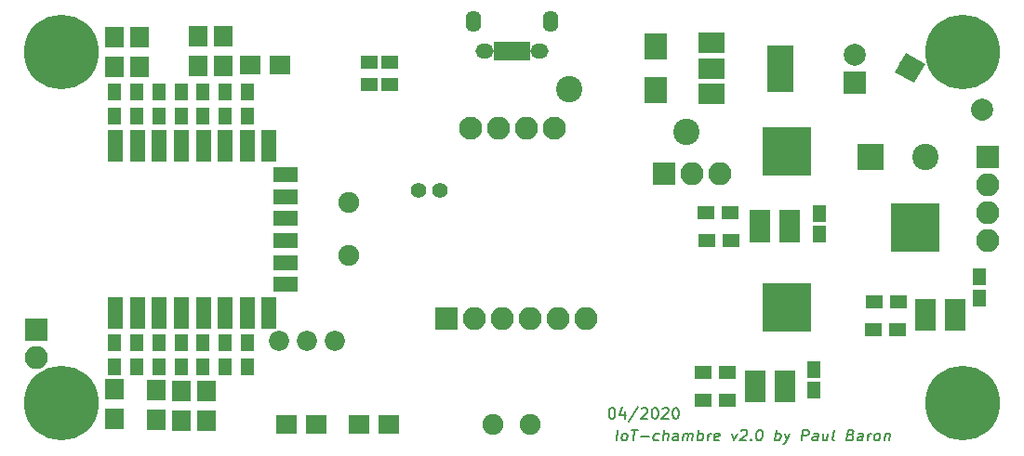
<source format=gts>
G04 #@! TF.GenerationSoftware,KiCad,Pcbnew,(5.1.0)-1*
G04 #@! TF.CreationDate,2020-04-13T11:23:52+02:00*
G04 #@! TF.ProjectId,objet_chambre,6f626a65-745f-4636-9861-6d6272652e6b,rev?*
G04 #@! TF.SameCoordinates,PX9fa1b90PY2b1e160*
G04 #@! TF.FileFunction,Soldermask,Top*
G04 #@! TF.FilePolarity,Negative*
%FSLAX46Y46*%
G04 Gerber Fmt 4.6, Leading zero omitted, Abs format (unit mm)*
G04 Created by KiCad (PCBNEW (5.1.0)-1) date 2020-04-13 11:23:52*
%MOMM*%
%LPD*%
G04 APERTURE LIST*
%ADD10C,0.150000*%
%ADD11R,1.400000X2.900000*%
%ADD12R,2.200000X1.400000*%
%ADD13C,2.100000*%
%ADD14O,2.100000X2.100000*%
%ADD15R,2.100000X2.100000*%
%ADD16R,1.600000X1.150000*%
%ADD17C,6.800000*%
%ADD18R,1.300000X1.600000*%
%ADD19R,1.600000X1.300000*%
%ADD20C,2.400000*%
%ADD21R,2.400000X2.400000*%
%ADD22R,2.000000X2.400000*%
%ADD23C,2.000000*%
%ADD24R,2.000000X2.000000*%
%ADD25R,1.150000X1.600000*%
%ADD26C,2.000000*%
%ADD27C,0.100000*%
%ADD28O,1.400000X1.950000*%
%ADD29O,1.650000X1.350000*%
%ADD30R,0.800000X1.750000*%
%ADD31R,4.464000X4.464000*%
%ADD32R,1.700000X1.900000*%
%ADD33R,1.900000X1.700000*%
%ADD34C,1.900000*%
%ADD35C,1.840000*%
%ADD36R,2.400000X1.900000*%
%ADD37R,2.400000X4.200000*%
%ADD38R,1.960000X1.050000*%
%ADD39C,1.400000*%
G04 APERTURE END LIST*
D10*
X41661619Y-16240380D02*
X41756857Y-16240380D01*
X41852095Y-16288000D01*
X41899714Y-16335619D01*
X41947333Y-16430857D01*
X41994952Y-16621333D01*
X41994952Y-16859428D01*
X41947333Y-17049904D01*
X41899714Y-17145142D01*
X41852095Y-17192761D01*
X41756857Y-17240380D01*
X41661619Y-17240380D01*
X41566380Y-17192761D01*
X41518761Y-17145142D01*
X41471142Y-17049904D01*
X41423523Y-16859428D01*
X41423523Y-16621333D01*
X41471142Y-16430857D01*
X41518761Y-16335619D01*
X41566380Y-16288000D01*
X41661619Y-16240380D01*
X42852095Y-16573714D02*
X42852095Y-17240380D01*
X42614000Y-16192761D02*
X42375904Y-16907047D01*
X42994952Y-16907047D01*
X44090190Y-16192761D02*
X43233047Y-17478476D01*
X44375904Y-16335619D02*
X44423523Y-16288000D01*
X44518761Y-16240380D01*
X44756857Y-16240380D01*
X44852095Y-16288000D01*
X44899714Y-16335619D01*
X44947333Y-16430857D01*
X44947333Y-16526095D01*
X44899714Y-16668952D01*
X44328285Y-17240380D01*
X44947333Y-17240380D01*
X45566380Y-16240380D02*
X45661619Y-16240380D01*
X45756857Y-16288000D01*
X45804476Y-16335619D01*
X45852095Y-16430857D01*
X45899714Y-16621333D01*
X45899714Y-16859428D01*
X45852095Y-17049904D01*
X45804476Y-17145142D01*
X45756857Y-17192761D01*
X45661619Y-17240380D01*
X45566380Y-17240380D01*
X45471142Y-17192761D01*
X45423523Y-17145142D01*
X45375904Y-17049904D01*
X45328285Y-16859428D01*
X45328285Y-16621333D01*
X45375904Y-16430857D01*
X45423523Y-16335619D01*
X45471142Y-16288000D01*
X45566380Y-16240380D01*
X46280666Y-16335619D02*
X46328285Y-16288000D01*
X46423523Y-16240380D01*
X46661619Y-16240380D01*
X46756857Y-16288000D01*
X46804476Y-16335619D01*
X46852095Y-16430857D01*
X46852095Y-16526095D01*
X46804476Y-16668952D01*
X46233047Y-17240380D01*
X46852095Y-17240380D01*
X47471142Y-16240380D02*
X47566380Y-16240380D01*
X47661619Y-16288000D01*
X47709238Y-16335619D01*
X47756857Y-16430857D01*
X47804476Y-16621333D01*
X47804476Y-16859428D01*
X47756857Y-17049904D01*
X47709238Y-17145142D01*
X47661619Y-17192761D01*
X47566380Y-17240380D01*
X47471142Y-17240380D01*
X47375904Y-17192761D01*
X47328285Y-17145142D01*
X47280666Y-17049904D01*
X47233047Y-16859428D01*
X47233047Y-16621333D01*
X47280666Y-16430857D01*
X47328285Y-16335619D01*
X47375904Y-16288000D01*
X47471142Y-16240380D01*
X42109252Y-19240380D02*
X42234252Y-18240380D01*
X42728300Y-19240380D02*
X42639014Y-19192761D01*
X42597348Y-19145142D01*
X42561633Y-19049904D01*
X42597348Y-18764190D01*
X42656872Y-18668952D01*
X42710443Y-18621333D01*
X42811633Y-18573714D01*
X42954491Y-18573714D01*
X43043776Y-18621333D01*
X43085443Y-18668952D01*
X43121157Y-18764190D01*
X43085443Y-19049904D01*
X43025919Y-19145142D01*
X42972348Y-19192761D01*
X42871157Y-19240380D01*
X42728300Y-19240380D01*
X43472348Y-18240380D02*
X44043776Y-18240380D01*
X43633062Y-19240380D02*
X43758062Y-18240380D01*
X44299729Y-18859428D02*
X45061633Y-18859428D01*
X45924729Y-19192761D02*
X45823538Y-19240380D01*
X45633062Y-19240380D01*
X45543776Y-19192761D01*
X45502110Y-19145142D01*
X45466395Y-19049904D01*
X45502110Y-18764190D01*
X45561633Y-18668952D01*
X45615205Y-18621333D01*
X45716395Y-18573714D01*
X45906872Y-18573714D01*
X45996157Y-18621333D01*
X46347348Y-19240380D02*
X46472348Y-18240380D01*
X46775919Y-19240380D02*
X46841395Y-18716571D01*
X46805681Y-18621333D01*
X46716395Y-18573714D01*
X46573538Y-18573714D01*
X46472348Y-18621333D01*
X46418776Y-18668952D01*
X47680681Y-19240380D02*
X47746157Y-18716571D01*
X47710443Y-18621333D01*
X47621157Y-18573714D01*
X47430681Y-18573714D01*
X47329491Y-18621333D01*
X47686633Y-19192761D02*
X47585443Y-19240380D01*
X47347348Y-19240380D01*
X47258062Y-19192761D01*
X47222348Y-19097523D01*
X47234252Y-19002285D01*
X47293776Y-18907047D01*
X47394967Y-18859428D01*
X47633062Y-18859428D01*
X47734252Y-18811809D01*
X48156872Y-19240380D02*
X48240205Y-18573714D01*
X48228300Y-18668952D02*
X48281872Y-18621333D01*
X48383062Y-18573714D01*
X48525919Y-18573714D01*
X48615205Y-18621333D01*
X48650919Y-18716571D01*
X48585443Y-19240380D01*
X48650919Y-18716571D02*
X48710443Y-18621333D01*
X48811633Y-18573714D01*
X48954491Y-18573714D01*
X49043776Y-18621333D01*
X49079491Y-18716571D01*
X49014014Y-19240380D01*
X49490205Y-19240380D02*
X49615205Y-18240380D01*
X49567586Y-18621333D02*
X49668776Y-18573714D01*
X49859252Y-18573714D01*
X49948538Y-18621333D01*
X49990205Y-18668952D01*
X50025919Y-18764190D01*
X49990205Y-19049904D01*
X49930681Y-19145142D01*
X49877110Y-19192761D01*
X49775919Y-19240380D01*
X49585443Y-19240380D01*
X49496157Y-19192761D01*
X50394967Y-19240380D02*
X50478300Y-18573714D01*
X50454491Y-18764190D02*
X50514014Y-18668952D01*
X50567586Y-18621333D01*
X50668776Y-18573714D01*
X50764014Y-18573714D01*
X51400919Y-19192761D02*
X51299729Y-19240380D01*
X51109252Y-19240380D01*
X51019967Y-19192761D01*
X50984252Y-19097523D01*
X51031872Y-18716571D01*
X51091395Y-18621333D01*
X51192586Y-18573714D01*
X51383062Y-18573714D01*
X51472348Y-18621333D01*
X51508062Y-18716571D01*
X51496157Y-18811809D01*
X51008062Y-18907047D01*
X52621157Y-18573714D02*
X52775919Y-19240380D01*
X53097348Y-18573714D01*
X53460443Y-18335619D02*
X53514014Y-18288000D01*
X53615205Y-18240380D01*
X53853300Y-18240380D01*
X53942586Y-18288000D01*
X53984252Y-18335619D01*
X54019967Y-18430857D01*
X54008062Y-18526095D01*
X53942586Y-18668952D01*
X53299729Y-19240380D01*
X53918776Y-19240380D01*
X54359252Y-19145142D02*
X54400919Y-19192761D01*
X54347348Y-19240380D01*
X54305681Y-19192761D01*
X54359252Y-19145142D01*
X54347348Y-19240380D01*
X55139014Y-18240380D02*
X55234252Y-18240380D01*
X55323538Y-18288000D01*
X55365205Y-18335619D01*
X55400919Y-18430857D01*
X55424729Y-18621333D01*
X55394967Y-18859428D01*
X55323538Y-19049904D01*
X55264014Y-19145142D01*
X55210443Y-19192761D01*
X55109252Y-19240380D01*
X55014014Y-19240380D01*
X54924729Y-19192761D01*
X54883062Y-19145142D01*
X54847348Y-19049904D01*
X54823538Y-18859428D01*
X54853300Y-18621333D01*
X54924729Y-18430857D01*
X54984252Y-18335619D01*
X55037824Y-18288000D01*
X55139014Y-18240380D01*
X56537824Y-19240380D02*
X56662824Y-18240380D01*
X56615205Y-18621333D02*
X56716395Y-18573714D01*
X56906872Y-18573714D01*
X56996157Y-18621333D01*
X57037824Y-18668952D01*
X57073538Y-18764190D01*
X57037824Y-19049904D01*
X56978300Y-19145142D01*
X56924729Y-19192761D01*
X56823538Y-19240380D01*
X56633062Y-19240380D01*
X56543776Y-19192761D01*
X57430681Y-18573714D02*
X57585443Y-19240380D01*
X57906872Y-18573714D02*
X57585443Y-19240380D01*
X57460443Y-19478476D01*
X57406872Y-19526095D01*
X57305681Y-19573714D01*
X58966395Y-19240380D02*
X59091395Y-18240380D01*
X59472348Y-18240380D01*
X59561633Y-18288000D01*
X59603300Y-18335619D01*
X59639014Y-18430857D01*
X59621157Y-18573714D01*
X59561633Y-18668952D01*
X59508062Y-18716571D01*
X59406872Y-18764190D01*
X59025919Y-18764190D01*
X60394967Y-19240380D02*
X60460443Y-18716571D01*
X60424729Y-18621333D01*
X60335443Y-18573714D01*
X60144967Y-18573714D01*
X60043776Y-18621333D01*
X60400919Y-19192761D02*
X60299729Y-19240380D01*
X60061633Y-19240380D01*
X59972348Y-19192761D01*
X59936633Y-19097523D01*
X59948538Y-19002285D01*
X60008062Y-18907047D01*
X60109252Y-18859428D01*
X60347348Y-18859428D01*
X60448538Y-18811809D01*
X61383062Y-18573714D02*
X61299729Y-19240380D01*
X60954491Y-18573714D02*
X60889014Y-19097523D01*
X60924729Y-19192761D01*
X61014014Y-19240380D01*
X61156872Y-19240380D01*
X61258062Y-19192761D01*
X61311633Y-19145142D01*
X61918776Y-19240380D02*
X61829491Y-19192761D01*
X61793776Y-19097523D01*
X61900919Y-18240380D01*
X63460443Y-18716571D02*
X63597348Y-18764190D01*
X63639014Y-18811809D01*
X63674729Y-18907047D01*
X63656872Y-19049904D01*
X63597348Y-19145142D01*
X63543776Y-19192761D01*
X63442586Y-19240380D01*
X63061633Y-19240380D01*
X63186633Y-18240380D01*
X63519967Y-18240380D01*
X63609252Y-18288000D01*
X63650919Y-18335619D01*
X63686633Y-18430857D01*
X63674729Y-18526095D01*
X63615205Y-18621333D01*
X63561633Y-18668952D01*
X63460443Y-18716571D01*
X63127110Y-18716571D01*
X64490205Y-19240380D02*
X64555681Y-18716571D01*
X64519967Y-18621333D01*
X64430681Y-18573714D01*
X64240205Y-18573714D01*
X64139014Y-18621333D01*
X64496157Y-19192761D02*
X64394967Y-19240380D01*
X64156872Y-19240380D01*
X64067586Y-19192761D01*
X64031872Y-19097523D01*
X64043776Y-19002285D01*
X64103300Y-18907047D01*
X64204491Y-18859428D01*
X64442586Y-18859428D01*
X64543776Y-18811809D01*
X64966395Y-19240380D02*
X65049729Y-18573714D01*
X65025919Y-18764190D02*
X65085443Y-18668952D01*
X65139014Y-18621333D01*
X65240205Y-18573714D01*
X65335443Y-18573714D01*
X65728300Y-19240380D02*
X65639014Y-19192761D01*
X65597348Y-19145142D01*
X65561633Y-19049904D01*
X65597348Y-18764190D01*
X65656872Y-18668952D01*
X65710443Y-18621333D01*
X65811633Y-18573714D01*
X65954491Y-18573714D01*
X66043776Y-18621333D01*
X66085443Y-18668952D01*
X66121157Y-18764190D01*
X66085443Y-19049904D01*
X66025919Y-19145142D01*
X65972348Y-19192761D01*
X65871157Y-19240380D01*
X65728300Y-19240380D01*
X66573538Y-18573714D02*
X66490205Y-19240380D01*
X66561633Y-18668952D02*
X66615205Y-18621333D01*
X66716395Y-18573714D01*
X66859252Y-18573714D01*
X66948538Y-18621333D01*
X66984252Y-18716571D01*
X66918776Y-19240380D01*
D11*
X-3500000Y-7600000D03*
X-1500000Y-7600000D03*
X500000Y-7600000D03*
X2500000Y-7600000D03*
X4500000Y-7600000D03*
X6500000Y-7600000D03*
X8500000Y-7600000D03*
X10500000Y-7600000D03*
D12*
X12000000Y-5000000D03*
X12000000Y-3000000D03*
X12000000Y-1000000D03*
X12000000Y1000000D03*
X12000000Y3000000D03*
X12000000Y5000000D03*
D11*
X10500000Y7600000D03*
X8500000Y7600000D03*
X6500000Y7600000D03*
X4500000Y7600000D03*
X2500000Y7600000D03*
X500000Y7600000D03*
X-1500000Y7600000D03*
X-3500000Y7600000D03*
D13*
X28804000Y9212000D03*
D14*
X31344000Y9212000D03*
X33884000Y9212000D03*
D13*
X36424000Y9212000D03*
D15*
X26670000Y-8128000D03*
D14*
X29210000Y-8128000D03*
X31750000Y-8128000D03*
X34290000Y-8128000D03*
X36830000Y-8128000D03*
X39370000Y-8128000D03*
D16*
X19571000Y13187000D03*
X21471000Y13187000D03*
X21471000Y15219000D03*
X19571000Y15219000D03*
D17*
X73614000Y-15788000D03*
X73614000Y16212000D03*
X-8386000Y-15788000D03*
X-8386000Y16212000D03*
D18*
X2520000Y-12506000D03*
X2520000Y-10306000D03*
X8489000Y12554000D03*
X8489000Y10354000D03*
X4425000Y-12506000D03*
X4425000Y-10306000D03*
X8489000Y-12506000D03*
X8489000Y-10306000D03*
X6457000Y-12506000D03*
X6457000Y-10306000D03*
X488000Y12554000D03*
X488000Y10354000D03*
X2520000Y12554000D03*
X2520000Y10354000D03*
X-1544000Y12554000D03*
X-1544000Y10354000D03*
X6457000Y12554000D03*
X6457000Y10354000D03*
X-3576000Y12554000D03*
X-3576000Y10354000D03*
X4425000Y12554000D03*
X4425000Y10354000D03*
X-1544000Y-10306000D03*
X-1544000Y-12506000D03*
X488000Y-10306000D03*
X488000Y-12506000D03*
X-3576000Y-10306000D03*
X-3576000Y-12506000D03*
D19*
X50272000Y1556800D03*
X52472000Y1556800D03*
X50356000Y-983200D03*
X52556000Y-983200D03*
X65614000Y-6604000D03*
X67814000Y-6604000D03*
X65514000Y-9144000D03*
X67714000Y-9144000D03*
X50014000Y-12984000D03*
X52214000Y-12984000D03*
X50014000Y-15524000D03*
X52214000Y-15524000D03*
D20*
X70278000Y6604000D03*
D21*
X65278000Y6604000D03*
D22*
X45720000Y16704000D03*
X45720000Y12704000D03*
D23*
X63782000Y15934000D03*
D24*
X63782000Y13434000D03*
D25*
X60114000Y-12766000D03*
X60114000Y-14666000D03*
X75184000Y-6218000D03*
X75184000Y-4318000D03*
X60600000Y-442000D03*
X60600000Y1458000D03*
D23*
X75433114Y10922000D03*
D26*
X75433114Y10922000D02*
X75433114Y10922000D01*
D23*
X68834000Y14732000D03*
D27*
G36*
X67467975Y14365975D02*
G01*
X68467975Y16098025D01*
X70200025Y15098025D01*
X69200025Y13365975D01*
X67467975Y14365975D01*
X67467975Y14365975D01*
G37*
D20*
X37801504Y12789030D03*
X48514000Y8890000D03*
D28*
X29090000Y18975000D03*
X36090000Y18975000D03*
D29*
X30090000Y16275000D03*
X35090000Y16275000D03*
D30*
X31290000Y16275000D03*
X31940000Y16275000D03*
X32590000Y16275000D03*
X33240000Y16275000D03*
X33890000Y16275000D03*
D31*
X57614000Y-7112000D03*
X69342000Y212000D03*
X57614000Y7112000D03*
D14*
X-10668000Y-11684000D03*
D15*
X-10668000Y-9144000D03*
D14*
X51562000Y5080000D03*
X49022000Y5080000D03*
D15*
X46482000Y5080000D03*
D32*
X-1270000Y14826000D03*
X-1270000Y17526000D03*
X-3556000Y14826000D03*
X-3556000Y17526000D03*
D33*
X18716000Y-17780000D03*
X21416000Y-17780000D03*
X14812000Y-17780000D03*
X12112000Y-17780000D03*
D32*
X254000Y-14652000D03*
X254000Y-17352000D03*
D33*
X11510000Y14986000D03*
X8810000Y14986000D03*
D32*
X6350000Y17606000D03*
X6350000Y14906000D03*
X-3556000Y-17272000D03*
X-3556000Y-14572000D03*
X4064000Y14906000D03*
X4064000Y17606000D03*
D34*
X34290000Y-17780000D03*
X30890000Y-17780000D03*
D32*
X4826000Y-14732000D03*
X4826000Y-17432000D03*
X2540000Y-17432000D03*
X2540000Y-14732000D03*
D35*
X16510000Y-10160000D03*
X13970000Y-10160000D03*
X11430000Y-10160000D03*
D36*
X50726000Y17004000D03*
X50726000Y12404000D03*
X50726000Y14704000D03*
D37*
X57026000Y14704000D03*
D38*
X57464000Y-15238000D03*
X57464000Y-14288000D03*
X57464000Y-13338000D03*
X54764000Y-13338000D03*
X54764000Y-15238000D03*
X54764000Y-14288000D03*
X70264000Y-7788000D03*
X70264000Y-8738000D03*
X70264000Y-6838000D03*
X72964000Y-6838000D03*
X72964000Y-7788000D03*
X72964000Y-8738000D03*
X55186000Y318800D03*
X55186000Y-631200D03*
X55186000Y1268800D03*
X57886000Y1268800D03*
X57886000Y318800D03*
X57886000Y-631200D03*
D15*
X75946000Y6604000D03*
D14*
X75946000Y4064000D03*
X75946000Y1524000D03*
X75946000Y-1016000D03*
D34*
X17702000Y2495000D03*
X17702000Y-2385000D03*
D39*
X24130000Y3556000D03*
X26030000Y3556000D03*
M02*

</source>
